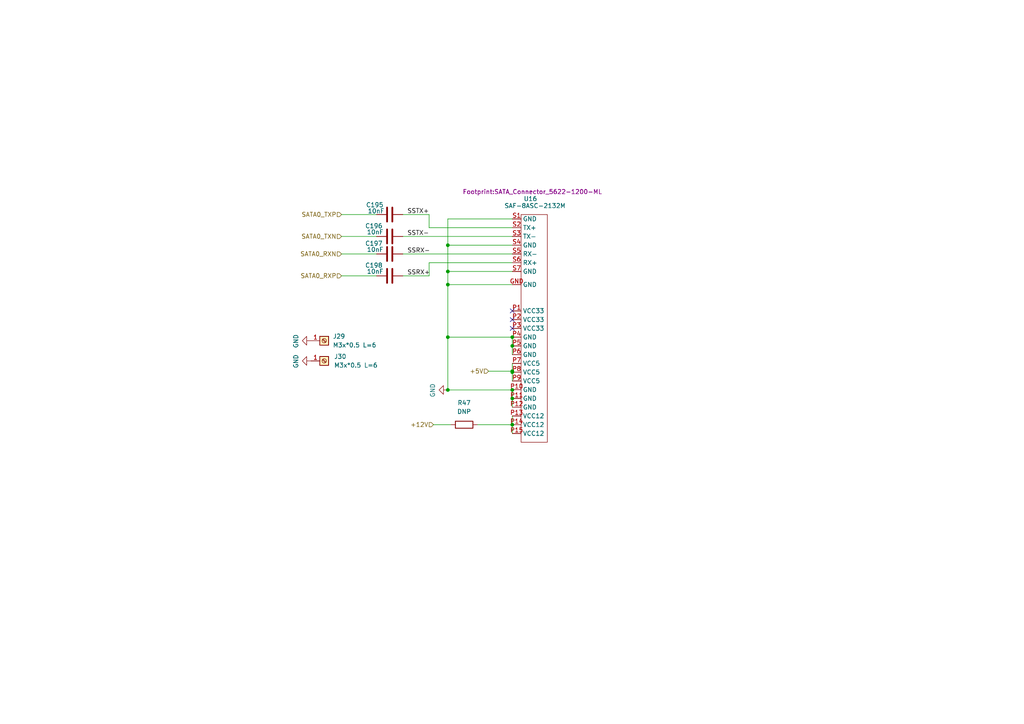
<source format=kicad_sch>
(kicad_sch (version 20231120) (generator "eeschema") (generator_version "8.0")
  (paper "A4")
  (lib_symbols
    (symbol "Connector:Screw_Terminal_01x01" (pin_names (offset 1.016) hide)
      (property "Reference" "J30" (at 2.8515 1.2701 0))
      (property "Value" "M3x*0.5 L=6" (at 2.8515 -1.2699 0))
      (symbol "Screw_Terminal_01x01_1_1"
        (rectangle (start -1.27 1.27) (end 1.27 -1.27) (stroke (width 0.254)) (fill (type background)))
        (polyline (pts (xy -0.5334 0.3302) (xy 0.3302 -0.508)) (stroke (width 0.1524)))
        (polyline (pts (xy -0.3556 0.508) (xy 0.508 -0.3302)) (stroke (width 0.1524)))
        (circle (center 0 0) (radius 0.635) (stroke (width 0.1524)))
        (pin input line (at -3.81 0 0) (length 2.54) (name "1") (number "1"))
      )
    )
    (symbol "Device:C" (pin_numbers hide) (pin_names (offset 0.254))
      (property "Reference" "C" (at 0.635 2.54 0))
      (property "Value" "C" (at 0.635 -2.54 0))
      (symbol "C_0_1"
        (polyline (pts (xy -2.032 -0.762) (xy 2.032 -0.762)) (stroke (width 0.508)))
        (polyline (pts (xy -2.032 0.762) (xy 2.032 0.762)) (stroke (width 0.508)))
      )
      (symbol "C_1_1"
        (pin passive line (at 0 3.81 270) (length 2.794) (name "~") (number "1"))
        (pin passive line (at 0 -3.81 90) (length 2.794) (name "~") (number "2"))
      )
    )
    (symbol "Device:R" (pin_numbers hide) (pin_names (offset 0))
      (property "Reference" "R" (at 2.032 0 90))
      (property "Value" "R" (at 0 0 90))
      (symbol "R_0_1"
        (rectangle (start -1.016 -2.54) (end 1.016 2.54) (stroke (width 0.254)))
      )
      (symbol "R_1_1"
        (pin passive line (at 0 3.81 270) (length 1.27) (name "~") (number "1"))
        (pin passive line (at 0 -3.81 90) (length 1.27) (name "~") (number "2"))
      )
    )
    (symbol "SATA:SATA"
      (property "Reference" "U16" (at -1.8016 9.6551 0))
      (property "Value" "5622-1200-ML" (at 1.5004 7.6231 0))
      (symbol "SATA_0_1"
        (rectangle (start -2.54 5.08) (end 5.08 -60.96))
      )
      (symbol "SATA_1_1"
        (pin input line (at -5.08 -15.24 0) (length 2.54) (name "GND") (number "GND"))
        (pin input line (at -5.08 -22.86 0) (length 2.54) (name "VCC33") (number "P1"))
        (pin input line (at -5.08 -45.72 0) (length 2.54) (name "GND") (number "P10"))
        (pin input line (at -5.08 -48.26 0) (length 2.54) (name "GND") (number "P11"))
        (pin input line (at -5.08 -50.8 0) (length 2.54) (name "GND") (number "P12"))
        (pin input line (at -5.08 -53.34 0) (length 2.54) (name "VCC12") (number "P13"))
        (pin input line (at -5.08 -55.88 0) (length 2.54) (name "VCC12") (number "P14"))
        (pin input line (at -5.08 -58.42 0) (length 2.54) (name "VCC12") (number "P15"))
        (pin input line (at -5.08 -25.4 0) (length 2.54) (name "VCC33") (number "P2"))
        (pin input line (at -5.08 -27.94 0) (length 2.54) (name "VCC33") (number "P3"))
        (pin input line (at -5.08 -30.48 0) (length 2.54) (name "GND") (number "P4"))
        (pin input line (at -5.08 -33.02 0) (length 2.54) (name "GND") (number "P5"))
        (pin input line (at -5.08 -35.56 0) (length 2.54) (name "GND") (number "P6"))
        (pin input line (at -5.08 -38.1 0) (length 2.54) (name "VCC5") (number "P7"))
        (pin input line (at -5.08 -40.64 0) (length 2.54) (name "VCC5") (number "P8"))
        (pin input line (at -5.08 -43.18 0) (length 2.54) (name "VCC5") (number "P9"))
        (pin input line (at -5.08 3.81 0) (length 2.54) (name "GND") (number "S1"))
        (pin input line (at -5.08 1.27 0) (length 2.54) (name "TX+") (number "S2"))
        (pin input line (at -5.08 -1.27 0) (length 2.54) (name "TX-") (number "S3"))
        (pin input line (at -5.08 -3.81 0) (length 2.54) (name "GND") (number "S4"))
        (pin input line (at -5.08 -6.35 0) (length 2.54) (name "RX-") (number "S5"))
        (pin input line (at -5.08 -8.89 0) (length 2.54) (name "RX+") (number "S6"))
        (pin input line (at -5.08 -11.43 0) (length 2.54) (name "GND") (number "S7"))
      )
    )
    (symbol "Screw_Terminal_01x01_1" (pin_names (offset 1.016) hide)
      (property "Reference" "J29" (at 2.4847 1.2701 0))
      (property "Value" "M3x*0.5 L=6" (at 2.4847 -1.2699 0))
      (symbol "Screw_Terminal_01x01_1_1_1"
        (rectangle (start -1.27 1.27) (end 1.27 -1.27) (stroke (width 0.254)) (fill (type background)))
        (polyline (pts (xy -0.5334 0.3302) (xy 0.3302 -0.508)) (stroke (width 0.1524)))
        (polyline (pts (xy -0.3556 0.508) (xy 0.508 -0.3302)) (stroke (width 0.1524)))
        (circle (center 0 0) (radius 0.635) (stroke (width 0.1524)))
        (pin input line (at -3.81 0 0) (length 2.54) (name "1") (number "1"))
      )
    )
    (symbol "power:GND" (power) (pin_names (offset 0))
      (property "Value" "GND" (at 0 -3.81 0))
      (symbol "GND_0_1"
        (polyline (pts (xy 0 0) (xy 0 -1.27) (xy 1.27 -1.27) (xy 0 -2.54) (xy -1.27 -1.27) (xy 0 -1.27)))
      )
      (symbol "GND_1_1"
        (pin power_in line (at 0 0 270) (length 0) hide (name "GND") (number "1"))
      )
    )
  )
  (junction (at 148.59 107.6605))
  (junction (at 129.8884 78.74))
  (junction (at 148.59 97.79))
  (junction (at 148.59 100.33))
  (junction (at 148.59 113.1018))
  (junction (at 129.8884 71.12))
  (junction (at 129.8884 97.79))
  (junction (at 129.8884 113.1018))
  (junction (at 148.59 123.19))
  (junction (at 148.59 115.57))
  (junction (at 148.59 107.95))
  (junction (at 129.8884 82.55))
  (no_connect (at 148.59 95.25))
  (no_connect (at 148.59 92.71))
  (no_connect (at 148.59 90.17))
  (wire (pts (xy 116.84 73.66) (xy 148.59 73.66)))
  (wire (pts (xy 129.8884 113.1018) (xy 148.59 113.1018)))
  (wire (pts (xy 148.59 115.57) (xy 148.59 118.11)))
  (wire (pts (xy 148.59 102.87) (xy 148.59 100.33)))
  (wire (pts (xy 125.73 123.19) (xy 130.81 123.19)))
  (wire (pts (xy 129.8884 82.55) (xy 129.8884 97.79)))
  (wire (pts (xy 148.59 105.41) (xy 148.59 107.6605)))
  (wire (pts (xy 148.59 113.03) (xy 148.59 113.1018)))
  (wire (pts (xy 129.8884 97.79) (xy 129.8884 113.1018)))
  (wire (pts (xy 148.59 107.6605) (xy 148.59 107.95)))
  (wire (pts (xy 129.8884 78.74) (xy 129.8884 71.12)))
  (wire (pts (xy 138.43 123.19) (xy 148.59 123.19)))
  (wire (pts (xy 116.84 80.01) (xy 124.46 80.01)))
  (wire (pts (xy 148.59 123.19) (xy 148.59 125.73)))
  (wire (pts (xy 148.59 120.65) (xy 148.59 123.19)))
  (wire (pts (xy 99.06 73.66) (xy 109.22 73.66)))
  (wire (pts (xy 129.8884 63.5) (xy 129.8884 71.12)))
  (wire (pts (xy 148.59 107.6605) (xy 141.7091 107.6605)))
  (wire (pts (xy 148.59 97.79) (xy 129.8884 97.79)))
  (wire (pts (xy 124.46 80.01) (xy 124.46 76.2)))
  (wire (pts (xy 148.59 78.74) (xy 129.8884 78.74)))
  (wire (pts (xy 116.84 62.23) (xy 124.46 62.23)))
  (wire (pts (xy 124.46 76.2) (xy 148.59 76.2)))
  (wire (pts (xy 124.46 62.23) (xy 124.46 66.04)))
  (wire (pts (xy 148.59 113.1018) (xy 148.59 115.57)))
  (wire (pts (xy 148.59 110.49) (xy 148.59 107.95)))
  (wire (pts (xy 99.06 80.01) (xy 109.22 80.01)))
  (wire (pts (xy 99.06 62.23) (xy 109.22 62.23)))
  (wire (pts (xy 129.8884 78.74) (xy 129.8884 82.55)))
  (wire (pts (xy 125.73 123.1662) (xy 125.73 123.19)))
  (wire (pts (xy 116.84 68.58) (xy 148.59 68.58)))
  (wire (pts (xy 124.46 66.04) (xy 148.59 66.04)))
  (wire (pts (xy 148.59 63.5) (xy 129.8884 63.5)))
  (wire (pts (xy 129.8884 71.12) (xy 148.59 71.12)))
  (wire (pts (xy 148.59 100.33) (xy 148.59 97.79)))
  (wire (pts (xy 99.06 68.58) (xy 109.22 68.58)))
  (wire (pts (xy 148.59 82.55) (xy 129.8884 82.55)))
  (label "SSTX-" (at 118.11 68.58 0))
  (label "SSRX+" (at 118.11 80.01 0))
  (label "SSRX-" (at 118.11 73.66 0))
  (label "SSTX+" (at 118.11 62.23 0))
  (hierarchical_label "SATA0_TXN" (shape input) (at 99.06 68.58 180))
  (hierarchical_label "+5V" (shape input) (at 141.7091 107.6605 180))
  (hierarchical_label "SATA0_RXN" (shape input) (at 99.06 73.66 180))
  (hierarchical_label "SATA0_TXP" (shape input) (at 99.06 62.23 180))
  (hierarchical_label "+12V" (shape input) (at 125.73 123.1662 180))
  (hierarchical_label "SATA0_RXP" (shape input) (at 99.06 80.01 180))
  (symbol (lib_id "Device:C") (at 113.03 68.58 90) (unit 1)
    (property "Reference" "C196" (at 110.998 65.532 90) (effects (justify left)))
    (property "Value" "10nF" (at 111.252 67.31 90) (effects (justify left)))
    (property "Footprint" "Capacitor_SMD:C_0603_1608Metric" (effects (hide yes)))
    (property "MPN" "CL10C220JB8NNNC" (effects (hide yes)))
  )
  (symbol (lib_id "Device:R") (at 134.62 123.19 90) (unit 1)
    (property "Reference" "R47" (at 134.62 116.84 90))
    (property "Value" "DNP" (at 134.62 119.38 90))
    (property "Footprint" "Resistor_SMD:R_0603_1608Metric" (effects (hide yes)))
    (property "Description" "Resistor" (effects (hide yes)))
  )
  (symbol (lib_id "Device:C") (at 113.03 62.23 90) (unit 1)
    (property "Reference" "C195" (at 111.252 59.436 90) (effects (justify left)))
    (property "Value" "10nF" (at 111.506 61.214 90) (effects (justify left)))
    (property "Footprint" "Capacitor_SMD:C_0603_1608Metric" (effects (hide yes)))
    (property "MPN" "CL10C220JB8NNNC" (effects (hide yes)))
  )
  (symbol (lib_id "Device:C") (at 113.03 73.66 90) (unit 1)
    (property "Reference" "C197" (at 110.998 70.612 90) (effects (justify left)))
    (property "Value" "10nF" (at 111.252 72.39 90) (effects (justify left)))
    (property "Footprint" "Capacitor_SMD:C_0603_1608Metric" (effects (hide yes)))
    (property "MPN" "CL10C220JB8NNNC" (effects (hide yes)))
  )
  (symbol (lib_id "power:GND") (at 90.2253 98.8308 270) (unit 1)
    (property "Reference" "#PWR0250" (effects (hide yes)))
    (property "Value" "GND" (at 85.8311 98.9578 0))
  )
  (symbol (lib_id "Connector:Screw_Terminal_01x01") (at 94.0353 104.681 0) (unit 1)
    (property "Reference" "J30" (at 96.8868 103.4109 0) (effects (justify left)))
    (property "Value" "M3x*0.5 L=6" (at 96.8868 105.9509 0) (effects (justify left)))
    (property "Footprint" "Footprint:Screw Terminal Shinbo" (effects (hide yes)))
    (property "Description" "Board mounting elevator    M3 hole size, 4 pins PCB-64-M3" (effects (hide yes)))
    (property "MPN" "SMTSO-M3-6ET" (effects (hide yes)))
  )
  (symbol (lib_id "power:GND") (at 90.2253 104.681 270) (unit 1)
    (property "Reference" "#PWR0249" (effects (hide yes)))
    (property "Value" "GND" (at 85.8311 104.808 0))
  )
  (symbol (lib_id "SATA:SATA") (at 153.67 67.31 0) (unit 1)
    (property "Reference" "U16" (at 151.8684 57.6549 0) (effects (justify left)))
    (property "Value" "SAF-8ASC-2132M" (at 155.1704 59.6869 0))
    (property "Footprint" "Footprint:SATA_Connector_5622-1200-ML" (at 154.4084 55.6229 0))
    (property "MPN" "SAF-8ASC-2132M" (effects (hide yes)))
  )
  (symbol (lib_id "Device:C") (at 113.03 80.01 90) (unit 1)
    (property "Reference" "C198" (at 110.998 76.962 90) (effects (justify left)))
    (property "Value" "10nF" (at 111.252 78.74 90) (effects (justify left)))
    (property "Footprint" "Capacitor_SMD:C_0603_1608Metric" (effects (hide yes)))
    (property "MPN" "CL10C220JB8NNNC" (effects (hide yes)))
  )
  (symbol (lib_id "power:GND") (at 129.8884 113.1018 270) (unit 1)
    (property "Reference" "#PWR069" (effects (hide yes)))
    (property "Value" "GND" (at 125.4942 113.2288 0))
  )
  (symbol (lib_name "Screw_Terminal_01x01_1") (lib_id "Connector:Screw_Terminal_01x01") (at 94.0353 98.8308 0) (unit 1)
    (property "Reference" "J29" (at 96.52 97.5607 0) (effects (justify left)))
    (property "Value" "M3x*0.5 L=6" (at 96.52 100.1007 0) (effects (justify left)))
    (property "Footprint" "Footprint:Screw Terminal Shinbo" (effects (hide yes)))
    (property "Description" "Board mounting elevator    M3 hole size, 4 pins PCB-64-M3" (effects (hide yes)))
    (property "MPN" "SMTSO-M3-6ET" (effects (hide yes)))
  )
)
</source>
